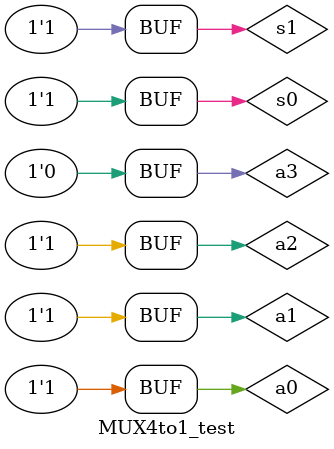
<source format=v>
`timescale 1ns / 1ps


`timescale 10 ns/ 1 ps // ÉèÖÃÊ±¼ä³ß¶ÈºÍÊ±¼ä¾«¶È
module MUX4to1_test(); // ²âÊÔ´úÂëµÄ¶Ë¿Ú²ÎÊýÁÐ±íÎª¿Õ
        reg a0,a1,a2,a3,s0,s1; // ÊäÈë±äÁ¿ÉùÃ÷ÎªregÐÍ±äÁ¿
        wire y; // Êä³ö±äÁ¿ÉùÃ÷ÎªwireÐÍ±äÁ¿
mux4to1_2 mux4to1_inst ( // ¶ÔÒª²âÊÔµÄÄ£¿é½øÐÐÊµÀý»¯
.a0(a0), .a1(a1), .a2(a2), .a3(a3), .s0(s0), .s1(s1), .y(y)
);
initial
    begin // ³õÊ¼»¯ÊäÈë±äÁ¿
        s0=0;s1=0;
        a0=1;a1=0;a2=0;a3=0;#20;
        a0=0;a1=1;a2=1;a3=1;#20;
        s0=0;s1=1;
        a0=0;a1=1;a2=0;a3=0;#20;
        a0=1;a1=0;a2=1;a3=1;#20;
        s0=1;s1=0;
        a0=0;a1=0;a2=1;a3=0;#20;
        a0=1;a1=1;a2=0;a3=1;#20;
        s0=1;s1=1;
        a0=0;a1=0;a2=0;a3=1;#20;
        a0=1;a1=1;a2=1;a3=0;#20;
    end
endmodule
</source>
